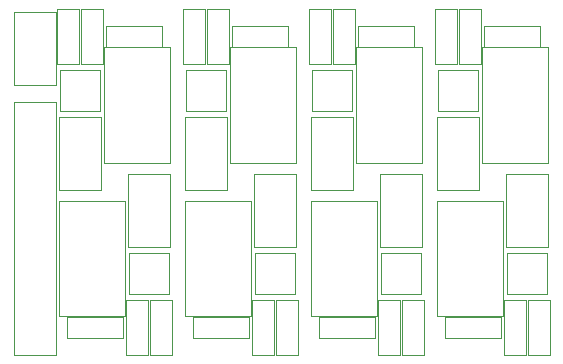
<source format=gbr>
G04 #@! TF.FileFunction,Other,User*
%FSLAX46Y46*%
G04 Gerber Fmt 4.6, Leading zero omitted, Abs format (unit mm)*
G04 Created by KiCad (PCBNEW 4.0.7) date 10/27/18 14:09:12*
%MOMM*%
%LPD*%
G01*
G04 APERTURE LIST*
%ADD10C,0.100000*%
%ADD11C,0.050000*%
G04 APERTURE END LIST*
D10*
D11*
X122152000Y-114532000D02*
X122152000Y-120682000D01*
X122152000Y-120682000D02*
X125752000Y-120682000D01*
X125752000Y-120682000D02*
X125752000Y-114532000D01*
X125752000Y-114532000D02*
X122152000Y-114532000D01*
X125752000Y-143532000D02*
X125752000Y-122182000D01*
X125752000Y-122182000D02*
X122152000Y-122182000D01*
X122152000Y-122182000D02*
X122152000Y-143532000D01*
X122152000Y-143532000D02*
X125752000Y-143532000D01*
X135404000Y-134388000D02*
X135404000Y-128238000D01*
X135404000Y-128238000D02*
X131804000Y-128238000D01*
X131804000Y-128238000D02*
X131804000Y-134388000D01*
X131804000Y-134388000D02*
X135404000Y-134388000D01*
X146072000Y-134388000D02*
X146072000Y-128238000D01*
X146072000Y-128238000D02*
X142472000Y-128238000D01*
X142472000Y-128238000D02*
X142472000Y-134388000D01*
X142472000Y-134388000D02*
X146072000Y-134388000D01*
X156740000Y-134388000D02*
X156740000Y-128238000D01*
X156740000Y-128238000D02*
X153140000Y-128238000D01*
X153140000Y-128238000D02*
X153140000Y-134388000D01*
X153140000Y-134388000D02*
X156740000Y-134388000D01*
X167408000Y-134388000D02*
X167408000Y-128238000D01*
X167408000Y-128238000D02*
X163808000Y-128238000D01*
X163808000Y-128238000D02*
X163808000Y-134388000D01*
X163808000Y-134388000D02*
X167408000Y-134388000D01*
X157966000Y-123422000D02*
X157966000Y-129572000D01*
X157966000Y-129572000D02*
X161566000Y-129572000D01*
X161566000Y-129572000D02*
X161566000Y-123422000D01*
X161566000Y-123422000D02*
X157966000Y-123422000D01*
X147298000Y-123422000D02*
X147298000Y-129572000D01*
X147298000Y-129572000D02*
X150898000Y-129572000D01*
X150898000Y-129572000D02*
X150898000Y-123422000D01*
X150898000Y-123422000D02*
X147298000Y-123422000D01*
X136630000Y-123422000D02*
X136630000Y-129572000D01*
X136630000Y-129572000D02*
X140230000Y-129572000D01*
X140230000Y-129572000D02*
X140230000Y-123422000D01*
X140230000Y-123422000D02*
X136630000Y-123422000D01*
X125962000Y-123422000D02*
X125962000Y-129572000D01*
X125962000Y-129572000D02*
X129562000Y-129572000D01*
X129562000Y-129572000D02*
X129562000Y-123422000D01*
X129562000Y-123422000D02*
X125962000Y-123422000D01*
X135304000Y-138402000D02*
X131904000Y-138402000D01*
X131904000Y-138402000D02*
X131904000Y-134902000D01*
X131904000Y-134902000D02*
X135304000Y-134902000D01*
X135304000Y-134902000D02*
X135304000Y-138402000D01*
X145972000Y-138402000D02*
X142572000Y-138402000D01*
X142572000Y-138402000D02*
X142572000Y-134902000D01*
X142572000Y-134902000D02*
X145972000Y-134902000D01*
X145972000Y-134902000D02*
X145972000Y-138402000D01*
X156640000Y-138402000D02*
X153240000Y-138402000D01*
X153240000Y-138402000D02*
X153240000Y-134902000D01*
X153240000Y-134902000D02*
X156640000Y-134902000D01*
X156640000Y-134902000D02*
X156640000Y-138402000D01*
X167308000Y-138402000D02*
X163908000Y-138402000D01*
X163908000Y-138402000D02*
X163908000Y-134902000D01*
X163908000Y-134902000D02*
X167308000Y-134902000D01*
X167308000Y-134902000D02*
X167308000Y-138402000D01*
X158066000Y-119408000D02*
X161466000Y-119408000D01*
X161466000Y-119408000D02*
X161466000Y-122908000D01*
X161466000Y-122908000D02*
X158066000Y-122908000D01*
X158066000Y-122908000D02*
X158066000Y-119408000D01*
X147398000Y-119408000D02*
X150798000Y-119408000D01*
X150798000Y-119408000D02*
X150798000Y-122908000D01*
X150798000Y-122908000D02*
X147398000Y-122908000D01*
X147398000Y-122908000D02*
X147398000Y-119408000D01*
X136730000Y-119408000D02*
X140130000Y-119408000D01*
X140130000Y-119408000D02*
X140130000Y-122908000D01*
X140130000Y-122908000D02*
X136730000Y-122908000D01*
X136730000Y-122908000D02*
X136730000Y-119408000D01*
X126062000Y-119408000D02*
X129462000Y-119408000D01*
X129462000Y-119408000D02*
X129462000Y-122908000D01*
X129462000Y-122908000D02*
X126062000Y-122908000D01*
X126062000Y-122908000D02*
X126062000Y-119408000D01*
X133720000Y-143574000D02*
X133720000Y-138874000D01*
X133720000Y-143574000D02*
X135520000Y-143574000D01*
X135520000Y-138874000D02*
X133720000Y-138874000D01*
X135520000Y-138874000D02*
X135520000Y-143574000D01*
X144388000Y-143574000D02*
X144388000Y-138874000D01*
X144388000Y-143574000D02*
X146188000Y-143574000D01*
X146188000Y-138874000D02*
X144388000Y-138874000D01*
X146188000Y-138874000D02*
X146188000Y-143574000D01*
X153024000Y-143574000D02*
X153024000Y-138874000D01*
X153024000Y-143574000D02*
X154824000Y-143574000D01*
X154824000Y-138874000D02*
X153024000Y-138874000D01*
X154824000Y-138874000D02*
X154824000Y-143574000D01*
X163692000Y-143574000D02*
X163692000Y-138874000D01*
X163692000Y-143574000D02*
X165492000Y-143574000D01*
X165492000Y-138874000D02*
X163692000Y-138874000D01*
X165492000Y-138874000D02*
X165492000Y-143574000D01*
X133488000Y-138874000D02*
X133488000Y-143574000D01*
X133488000Y-138874000D02*
X131688000Y-138874000D01*
X131688000Y-143574000D02*
X133488000Y-143574000D01*
X131688000Y-143574000D02*
X131688000Y-138874000D01*
X144156000Y-138874000D02*
X144156000Y-143574000D01*
X144156000Y-138874000D02*
X142356000Y-138874000D01*
X142356000Y-143574000D02*
X144156000Y-143574000D01*
X142356000Y-143574000D02*
X142356000Y-138874000D01*
X156856000Y-138874000D02*
X156856000Y-143574000D01*
X156856000Y-138874000D02*
X155056000Y-138874000D01*
X155056000Y-143574000D02*
X156856000Y-143574000D01*
X155056000Y-143574000D02*
X155056000Y-138874000D01*
X167524000Y-138874000D02*
X167524000Y-143574000D01*
X167524000Y-138874000D02*
X165724000Y-138874000D01*
X165724000Y-143574000D02*
X167524000Y-143574000D01*
X165724000Y-143574000D02*
X165724000Y-138874000D01*
X131382000Y-142124000D02*
X126682000Y-142124000D01*
X131382000Y-142124000D02*
X131382000Y-140324000D01*
X126682000Y-140324000D02*
X126682000Y-142124000D01*
X126682000Y-140324000D02*
X131382000Y-140324000D01*
X142050000Y-142124000D02*
X137350000Y-142124000D01*
X142050000Y-142124000D02*
X142050000Y-140324000D01*
X137350000Y-140324000D02*
X137350000Y-142124000D01*
X137350000Y-140324000D02*
X142050000Y-140324000D01*
X152718000Y-142124000D02*
X148018000Y-142124000D01*
X152718000Y-142124000D02*
X152718000Y-140324000D01*
X148018000Y-140324000D02*
X148018000Y-142124000D01*
X148018000Y-140324000D02*
X152718000Y-140324000D01*
X163386000Y-142124000D02*
X158686000Y-142124000D01*
X163386000Y-142124000D02*
X163386000Y-140324000D01*
X158686000Y-140324000D02*
X158686000Y-142124000D01*
X158686000Y-140324000D02*
X163386000Y-140324000D01*
X161682000Y-114236000D02*
X161682000Y-118936000D01*
X161682000Y-114236000D02*
X159882000Y-114236000D01*
X159882000Y-118936000D02*
X161682000Y-118936000D01*
X159882000Y-118936000D02*
X159882000Y-114236000D01*
X151014000Y-114236000D02*
X151014000Y-118936000D01*
X151014000Y-114236000D02*
X149214000Y-114236000D01*
X149214000Y-118936000D02*
X151014000Y-118936000D01*
X149214000Y-118936000D02*
X149214000Y-114236000D01*
X140346000Y-114236000D02*
X140346000Y-118936000D01*
X140346000Y-114236000D02*
X138546000Y-114236000D01*
X138546000Y-118936000D02*
X140346000Y-118936000D01*
X138546000Y-118936000D02*
X138546000Y-114236000D01*
X129678000Y-114236000D02*
X129678000Y-118936000D01*
X129678000Y-114236000D02*
X127878000Y-114236000D01*
X127878000Y-118936000D02*
X129678000Y-118936000D01*
X127878000Y-118936000D02*
X127878000Y-114236000D01*
X157850000Y-118936000D02*
X157850000Y-114236000D01*
X157850000Y-118936000D02*
X159650000Y-118936000D01*
X159650000Y-114236000D02*
X157850000Y-114236000D01*
X159650000Y-114236000D02*
X159650000Y-118936000D01*
X147182000Y-118936000D02*
X147182000Y-114236000D01*
X147182000Y-118936000D02*
X148982000Y-118936000D01*
X148982000Y-114236000D02*
X147182000Y-114236000D01*
X148982000Y-114236000D02*
X148982000Y-118936000D01*
X136514000Y-118936000D02*
X136514000Y-114236000D01*
X136514000Y-118936000D02*
X138314000Y-118936000D01*
X138314000Y-114236000D02*
X136514000Y-114236000D01*
X138314000Y-114236000D02*
X138314000Y-118936000D01*
X125846000Y-118936000D02*
X125846000Y-114236000D01*
X125846000Y-118936000D02*
X127646000Y-118936000D01*
X127646000Y-114236000D02*
X125846000Y-114236000D01*
X127646000Y-114236000D02*
X127646000Y-118936000D01*
X161988000Y-115686000D02*
X166688000Y-115686000D01*
X161988000Y-115686000D02*
X161988000Y-117486000D01*
X166688000Y-117486000D02*
X166688000Y-115686000D01*
X166688000Y-117486000D02*
X161988000Y-117486000D01*
X151320000Y-115686000D02*
X156020000Y-115686000D01*
X151320000Y-115686000D02*
X151320000Y-117486000D01*
X156020000Y-117486000D02*
X156020000Y-115686000D01*
X156020000Y-117486000D02*
X151320000Y-117486000D01*
X140652000Y-115686000D02*
X145352000Y-115686000D01*
X140652000Y-115686000D02*
X140652000Y-117486000D01*
X145352000Y-117486000D02*
X145352000Y-115686000D01*
X145352000Y-117486000D02*
X140652000Y-117486000D01*
X129984000Y-115686000D02*
X134684000Y-115686000D01*
X129984000Y-115686000D02*
X129984000Y-117486000D01*
X134684000Y-117486000D02*
X134684000Y-115686000D01*
X134684000Y-117486000D02*
X129984000Y-117486000D01*
X125958000Y-140292000D02*
X131608000Y-140292000D01*
X131608000Y-140292000D02*
X131608000Y-130492000D01*
X131608000Y-130492000D02*
X125958000Y-130492000D01*
X125958000Y-130492000D02*
X125958000Y-140292000D01*
X136626000Y-140292000D02*
X142276000Y-140292000D01*
X142276000Y-140292000D02*
X142276000Y-130492000D01*
X142276000Y-130492000D02*
X136626000Y-130492000D01*
X136626000Y-130492000D02*
X136626000Y-140292000D01*
X147294000Y-140292000D02*
X152944000Y-140292000D01*
X152944000Y-140292000D02*
X152944000Y-130492000D01*
X152944000Y-130492000D02*
X147294000Y-130492000D01*
X147294000Y-130492000D02*
X147294000Y-140292000D01*
X157962000Y-140292000D02*
X163612000Y-140292000D01*
X163612000Y-140292000D02*
X163612000Y-130492000D01*
X163612000Y-130492000D02*
X157962000Y-130492000D01*
X157962000Y-130492000D02*
X157962000Y-140292000D01*
X167412000Y-117518000D02*
X161762000Y-117518000D01*
X161762000Y-117518000D02*
X161762000Y-127318000D01*
X161762000Y-127318000D02*
X167412000Y-127318000D01*
X167412000Y-127318000D02*
X167412000Y-117518000D01*
X156744000Y-117518000D02*
X151094000Y-117518000D01*
X151094000Y-117518000D02*
X151094000Y-127318000D01*
X151094000Y-127318000D02*
X156744000Y-127318000D01*
X156744000Y-127318000D02*
X156744000Y-117518000D01*
X146076000Y-117518000D02*
X140426000Y-117518000D01*
X140426000Y-117518000D02*
X140426000Y-127318000D01*
X140426000Y-127318000D02*
X146076000Y-127318000D01*
X146076000Y-127318000D02*
X146076000Y-117518000D01*
X135408000Y-117518000D02*
X129758000Y-117518000D01*
X129758000Y-117518000D02*
X129758000Y-127318000D01*
X129758000Y-127318000D02*
X135408000Y-127318000D01*
X135408000Y-127318000D02*
X135408000Y-117518000D01*
M02*

</source>
